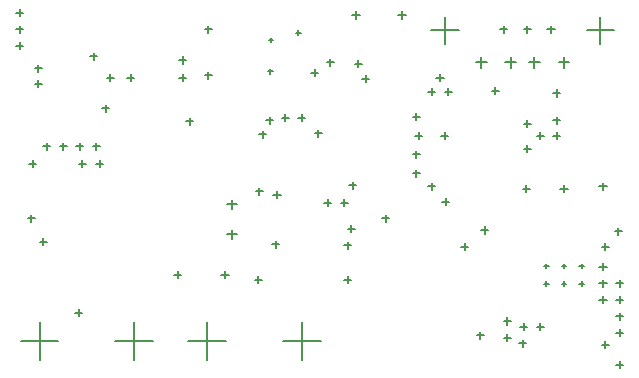
<source format=gbr>
G04 Layer_Color=128*
%FSLAX45Y45*%
%MOMM*%
%TF.FileFunction,Drillmap*%
%TF.Part,Single*%
G01*
G75*
%TA.AperFunction,NonConductor*%
%ADD98C,0.12700*%
D98*
X12530000Y4560000D02*
X12850000D01*
X12690000Y4400000D02*
Y4720000D01*
X13330000Y4560000D02*
X13650000D01*
X13489999Y4400000D02*
Y4720000D01*
X11110000Y4560000D02*
X11430000D01*
X11270000Y4400000D02*
Y4720000D01*
X11910000Y4560000D02*
X12230000D01*
X12070000Y4400000D02*
Y4720000D01*
X12860001Y5717000D02*
X12939999D01*
X12900000Y5677000D02*
Y5757000D01*
X12860001Y5463000D02*
X12939999D01*
X12900000Y5423000D02*
Y5503000D01*
X14964000Y6920000D02*
X15056000D01*
X15010001Y6874000D02*
Y6966000D01*
X15664000Y6920000D02*
X15756000D01*
X15710001Y6874000D02*
Y6966000D01*
X15414000Y6920000D02*
X15506000D01*
X15460001Y6874000D02*
Y6966000D01*
X15214000Y6920000D02*
X15306000D01*
X15260001Y6874000D02*
Y6966000D01*
X15902000Y7191000D02*
X16132001D01*
X16017000Y7076000D02*
Y7306000D01*
X14588000Y7191000D02*
X14817999D01*
X14703000Y7076000D02*
Y7306000D01*
X15689999Y5045000D02*
X15730000D01*
X15710001Y5025000D02*
Y5065000D01*
X15689999Y5195000D02*
X15730000D01*
X15710001Y5175000D02*
Y5215000D01*
X15539999Y5195000D02*
X15580000D01*
X15560001Y5175000D02*
Y5215000D01*
X15539999Y5045000D02*
X15580000D01*
X15560001Y5025000D02*
Y5065000D01*
X15839999Y5045000D02*
X15880000D01*
X15860001Y5025000D02*
Y5065000D01*
X15839999Y5195000D02*
X15880000D01*
X15860001Y5175000D02*
Y5215000D01*
X15570007Y7200004D02*
X15630008D01*
X15600008Y7170004D02*
Y7230004D01*
X15370007Y7200004D02*
X15430008D01*
X15400008Y7170004D02*
Y7230004D01*
X15170007Y7200004D02*
X15230008D01*
X15200008Y7170004D02*
Y7230004D01*
X14170007Y5600003D02*
X14230008D01*
X14200008Y5570003D02*
Y5630003D01*
X11570006Y4800003D02*
X11630006D01*
X11600006Y4770003D02*
Y4830003D01*
X11170006Y5600003D02*
X11230006D01*
X11200006Y5570003D02*
Y5630003D01*
X11270006Y5400003D02*
X11330006D01*
X11300006Y5370003D02*
Y5430003D01*
X12410000Y5120000D02*
X12470000D01*
X12440000Y5090000D02*
Y5150000D01*
X14839999Y5360000D02*
X14900000D01*
X14870000Y5330000D02*
Y5390000D01*
X13570000Y6830000D02*
X13630000D01*
X13600000Y6800000D02*
Y6860000D01*
X13850000Y5080000D02*
X13910001D01*
X13880000Y5050000D02*
Y5110000D01*
X16150000Y4630000D02*
X16210001D01*
X16180000Y4600000D02*
Y4660000D01*
X16030000Y4530000D02*
X16089999D01*
X16060001Y4500000D02*
Y4560000D01*
X16150000Y4770000D02*
X16210001D01*
X16180000Y4740000D02*
Y4800000D01*
X16150000Y4910000D02*
X16210001D01*
X16180000Y4880000D02*
Y4940000D01*
X16150000Y5050000D02*
X16210001D01*
X16180000Y5020000D02*
Y5080000D01*
X16030000Y5360000D02*
X16089999D01*
X16060001Y5330000D02*
Y5390000D01*
X16010001Y5190000D02*
X16070000D01*
X16039999Y5160000D02*
Y5220000D01*
X16139999Y5490000D02*
X16200000D01*
X16170000Y5460000D02*
Y5520000D01*
X16010001Y5870000D02*
X16070000D01*
X16039999Y5840000D02*
Y5900000D01*
X11800000Y6530000D02*
X11860000D01*
X11830000Y6500000D02*
Y6560000D01*
X11700000Y6970000D02*
X11760000D01*
X11730000Y6940000D02*
Y7000000D01*
X11440000Y6210000D02*
X11500000D01*
X11470000Y6180000D02*
Y6240000D01*
X11300000Y6210000D02*
X11360000D01*
X11330000Y6180000D02*
Y6240000D01*
X11580000Y6210000D02*
X11640000D01*
X11610000Y6180000D02*
Y6240000D01*
X11720000Y6210000D02*
X11780000D01*
X11750000Y6180000D02*
Y6240000D01*
X12510000Y6420000D02*
X12570000D01*
X12540000Y6390000D02*
Y6450000D01*
X13239999Y5380000D02*
X13299998D01*
X13270000Y5350000D02*
Y5410000D01*
X15370000Y6400000D02*
X15430000D01*
X15400000Y6370000D02*
Y6430000D01*
X15370000Y6190000D02*
X15430000D01*
X15400000Y6160000D02*
Y6219999D01*
X15620000Y6430000D02*
X15680000D01*
X15650000Y6400000D02*
Y6460000D01*
X15620000Y6300000D02*
X15680000D01*
X15650000Y6270000D02*
Y6330000D01*
X15480000Y6300000D02*
X15539999D01*
X15510001Y6270000D02*
Y6330000D01*
X15480000Y4680000D02*
X15539999D01*
X15510001Y4650000D02*
Y4709999D01*
X15339999Y4680000D02*
X15400000D01*
X15370000Y4650000D02*
Y4709999D01*
X15330000Y4540000D02*
X15389999D01*
X15360001Y4510000D02*
Y4569999D01*
X16010001Y5050000D02*
X16070000D01*
X16039999Y5020000D02*
Y5079999D01*
X16010001Y4910000D02*
X16070000D01*
X16039999Y4880000D02*
Y4940000D01*
X14000000Y6780000D02*
X14060001D01*
X14030000Y6750000D02*
Y6810000D01*
X13700000Y6920000D02*
X13760001D01*
X13730000Y6890000D02*
Y6950000D01*
X13939999Y6910000D02*
X14000000D01*
X13970000Y6880000D02*
Y6940000D01*
X12670000Y6810000D02*
X12730000D01*
X12700000Y6780000D02*
Y6840000D01*
X12670000Y7200000D02*
X12730000D01*
X12700000Y7170000D02*
Y7230000D01*
X15680000Y5850000D02*
X15739999D01*
X15710001Y5820000D02*
Y5880000D01*
X15360001Y5850000D02*
X15420000D01*
X15389999Y5820000D02*
Y5880000D01*
X15100000Y6680000D02*
X15160001D01*
X15130000Y6650000D02*
Y6710000D01*
X15620000Y6660000D02*
X15680000D01*
X15650000Y6630000D02*
Y6690000D01*
X13600000Y6320000D02*
X13660001D01*
X13630000Y6290000D02*
Y6350000D01*
X13850000Y5370000D02*
X13910001D01*
X13880000Y5340000D02*
Y5400000D01*
X13880000Y5510000D02*
X13939999D01*
X13910001Y5480000D02*
Y5540000D01*
X13680000Y5730000D02*
X13739999D01*
X13710001Y5700000D02*
Y5760000D01*
X13820000Y5730000D02*
X13880000D01*
X13850000Y5700000D02*
Y5760000D01*
X13089999Y5080000D02*
X13150000D01*
X13120000Y5050000D02*
Y5110000D01*
X12810001Y5120000D02*
X12870000D01*
X12839999Y5090000D02*
Y5150000D01*
X13250000Y5800000D02*
X13310001D01*
X13280000Y5770000D02*
Y5830000D01*
X13100000D02*
X13160001D01*
X13130000Y5800000D02*
Y5860000D01*
X15010001Y5500000D02*
X15070000D01*
X15039999Y5470000D02*
Y5530000D01*
X14670000Y6300000D02*
X14730000D01*
X14700000Y6270000D02*
Y6330000D01*
X14450000Y6300000D02*
X14510001D01*
X14480000Y6270000D02*
Y6330000D01*
X14560001Y5870000D02*
X14620000D01*
X14589999Y5840000D02*
Y5900000D01*
X14680000Y5740000D02*
X14739999D01*
X14710001Y5710000D02*
Y5770000D01*
X14430000Y6140000D02*
X14489999D01*
X14460001Y6110000D02*
Y6170000D01*
X14560001Y6670000D02*
X14620000D01*
X14589999Y6640000D02*
Y6700000D01*
X14430000Y5980000D02*
X14489999D01*
X14460001Y5950000D02*
Y6010000D01*
X14430000Y6460000D02*
X14489999D01*
X14460001Y6430000D02*
Y6490000D01*
X13460001Y6450000D02*
X13520000D01*
X13489999Y6420000D02*
Y6480000D01*
X13320000Y6450000D02*
X13380000D01*
X13350000Y6420000D02*
Y6480000D01*
X11070000Y7340000D02*
X11130000D01*
X11100000Y7310000D02*
Y7370000D01*
X11070000Y7200000D02*
X11130000D01*
X11100000Y7170000D02*
Y7230000D01*
X11070000Y7060000D02*
X11130000D01*
X11100000Y7030000D02*
Y7090000D01*
X15200000Y4730000D02*
X15260001D01*
X15230000Y4700000D02*
Y4760000D01*
X15200000Y4590000D02*
X15260001D01*
X15230000Y4560000D02*
Y4620000D01*
X16150000Y4360000D02*
X16210001D01*
X16180000Y4330000D02*
Y4390000D01*
X11180000Y6060000D02*
X11240000D01*
X11210000Y6030000D02*
Y6090000D01*
X11600000Y6060000D02*
X11660000D01*
X11630000Y6030000D02*
Y6090000D01*
X11750000Y6060000D02*
X11810000D01*
X11780000Y6030000D02*
Y6090000D01*
X12010000Y6790000D02*
X12070000D01*
X12040000Y6760000D02*
Y6820000D01*
X11840000Y6790000D02*
X11900000D01*
X11870000Y6760000D02*
Y6820000D01*
X12450000Y6790000D02*
X12510000D01*
X12480000Y6760000D02*
Y6820000D01*
X12450000Y6940000D02*
X12510000D01*
X12480000Y6910000D02*
Y6970000D01*
X11230000Y6740000D02*
X11290000D01*
X11260000Y6710000D02*
Y6770000D01*
X11230000Y6870000D02*
X11290000D01*
X11260000Y6840000D02*
Y6900000D01*
X14700000Y6670000D02*
X14760001D01*
X14730000Y6640000D02*
Y6700000D01*
X14630000Y6790000D02*
X14689999D01*
X14660001Y6760000D02*
Y6820000D01*
X13130000Y6310000D02*
X13189999D01*
X13160001Y6280000D02*
Y6340000D01*
X13189999Y6430000D02*
X13250000D01*
X13220000Y6400000D02*
Y6460000D01*
X14970000Y4610000D02*
X15030000D01*
X15000000Y4580000D02*
Y4640000D01*
X13889999Y5880000D02*
X13950000D01*
X13920000Y5850000D02*
Y5910000D01*
X13210001Y7110000D02*
X13250000D01*
X13230000Y7090000D02*
Y7130000D01*
X13205000Y6844999D02*
X13245000D01*
X13225000Y6824999D02*
Y6864999D01*
X13439999Y7170000D02*
X13480000D01*
X13460001Y7150000D02*
Y7190000D01*
X14304440Y7320000D02*
X14375560D01*
X14339999Y7284440D02*
Y7355560D01*
X13914439Y7320000D02*
X13985561D01*
X13950000Y7284440D02*
Y7355560D01*
%TF.MD5,f8703b31a3a325c596fe572b732f1c03*%
M02*

</source>
